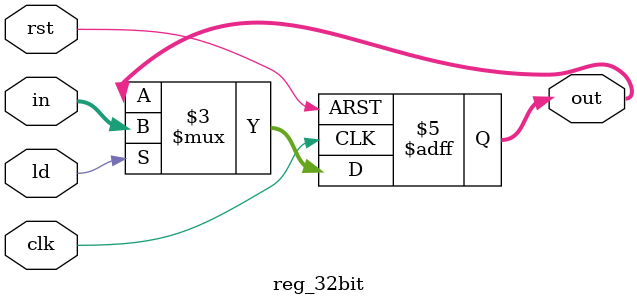
<source format=v>
module reg_32bit(clk, rst, ld, in, out);
    input clk, ld, rst;
    input [31:0] in;
    output reg[31:0] out;
    always@ (posedge clk or posedge rst)
        begin
            if(rst)
	     	out = 0;
            else if(ld)
                out = in;
            else
                out = out;
        end
endmodule

</source>
